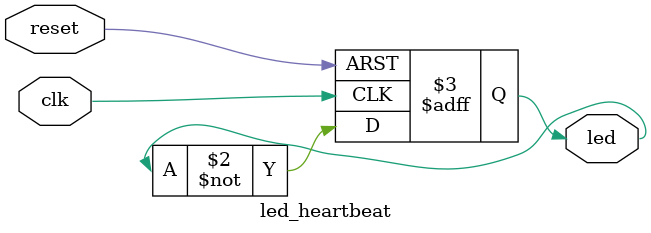
<source format=sv>
module led_heartbeat (
    input  logic clk,      // 慢时钟（推荐 1~10Hz）
    input  logic reset,
    output logic led
);

    always_ff @(posedge clk or posedge reset) begin
        if (reset)
            led <= 1'b0;
        else
            led <= ~led;   // 每个时钟翻转
    end

endmodule

</source>
